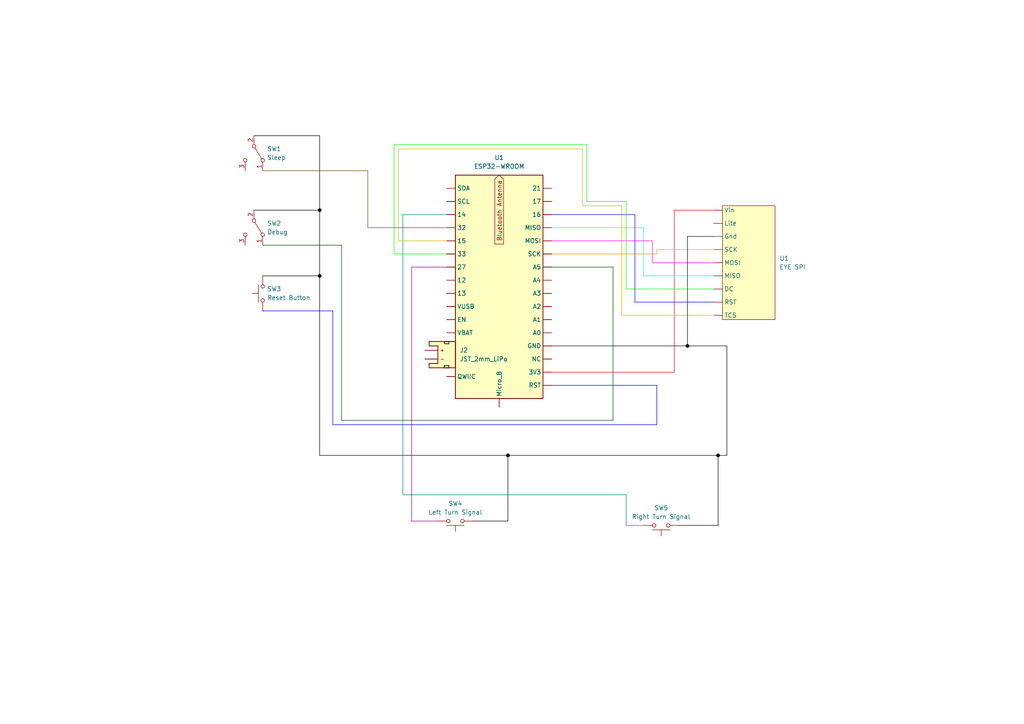
<source format=kicad_sch>
(kicad_sch
	(version 20250114)
	(generator "eeschema")
	(generator_version "9.0")
	(uuid "7ad0c844-dafb-4b8d-9aa9-ff733bca3e8b")
	(paper "A4")
	(title_block
		(title "Display Soldering Diagram")
		(date "2025-11-13")
	)
	(lib_symbols
		(symbol "EYE_SPI_1"
			(exclude_from_sim no)
			(in_bom yes)
			(on_board yes)
			(property "Reference" "EYESPI"
				(at -20.32 -1.27 90)
				(effects
					(font
						(size 1.27 1.27)
					)
				)
			)
			(property "Value" "U1"
				(at -17.78 -1.27 90)
				(effects
					(font
						(size 1.27 1.27)
					)
				)
			)
			(property "Footprint" ""
				(at 0 0 0)
				(effects
					(font
						(size 1.27 1.27)
					)
					(hide yes)
				)
			)
			(property "Datasheet" ""
				(at 0 0 0)
				(effects
					(font
						(size 1.27 1.27)
					)
					(hide yes)
				)
			)
			(property "Description" ""
				(at 0 0 0)
				(effects
					(font
						(size 1.27 1.27)
					)
					(hide yes)
				)
			)
			(symbol "EYE_SPI_1_1_1"
				(rectangle
					(start -15.24 7.62)
					(end 17.78 -7.62)
					(stroke
						(width 0)
						(type solid)
					)
					(fill
						(type color)
						(color 255 255 194 1)
					)
				)
				(pin input line
					(at -13.97 -10.16 90)
					(length 2.54)
					(name "Vin"
						(effects
							(font
								(size 1.27 1.27)
							)
						)
					)
					(number ""
						(effects
							(font
								(size 1.27 1.27)
							)
						)
					)
				)
				(pin input line
					(at -10.16 -10.16 90)
					(length 2.54)
					(name "Lite"
						(effects
							(font
								(size 1.27 1.27)
							)
						)
					)
					(number ""
						(effects
							(font
								(size 1.27 1.27)
							)
						)
					)
				)
				(pin input line
					(at -6.35 -10.16 90)
					(length 2.54)
					(name "Gnd"
						(effects
							(font
								(size 1.27 1.27)
							)
						)
					)
					(number ""
						(effects
							(font
								(size 1.27 1.27)
							)
						)
					)
				)
				(pin input line
					(at -2.54 -10.16 90)
					(length 2.54)
					(name "SCK"
						(effects
							(font
								(size 1.27 1.27)
							)
						)
					)
					(number ""
						(effects
							(font
								(size 1.27 1.27)
							)
						)
					)
				)
				(pin input line
					(at 1.27 -10.16 90)
					(length 2.54)
					(name "MOSI"
						(effects
							(font
								(size 1.27 1.27)
							)
						)
					)
					(number ""
						(effects
							(font
								(size 1.27 1.27)
							)
						)
					)
				)
				(pin input line
					(at 5.08 -10.16 90)
					(length 2.54)
					(name "MISO"
						(effects
							(font
								(size 1.27 1.27)
							)
						)
					)
					(number ""
						(effects
							(font
								(size 1.27 1.27)
							)
						)
					)
				)
				(pin input line
					(at 8.89 -10.16 90)
					(length 2.54)
					(name "DC"
						(effects
							(font
								(size 1.27 1.27)
							)
						)
					)
					(number ""
						(effects
							(font
								(size 1.27 1.27)
							)
						)
					)
				)
				(pin input line
					(at 12.7 -10.16 90)
					(length 2.54)
					(name "RST"
						(effects
							(font
								(size 1.27 1.27)
							)
						)
					)
					(number ""
						(effects
							(font
								(size 1.27 1.27)
							)
						)
					)
				)
				(pin input line
					(at 16.51 -10.16 90)
					(length 2.54)
					(name "TCS"
						(effects
							(font
								(size 1.27 1.27)
							)
						)
					)
					(number ""
						(effects
							(font
								(size 1.27 1.27)
							)
						)
					)
				)
			)
			(embedded_fonts no)
		)
		(symbol "SparkFun-Connector:Conn_01x02_JST_P2.0mm_Horizontal_SMD_LiPo"
			(pin_numbers
				(hide yes)
			)
			(pin_names
				(offset 1.016)
				(hide yes)
			)
			(exclude_from_sim no)
			(in_bom yes)
			(on_board yes)
			(property "Reference" "J"
				(at 0 5.08 0)
				(effects
					(font
						(size 1.27 1.27)
					)
				)
			)
			(property "Value" "JST_2mm_LiPo"
				(at 0 -8.89 0)
				(effects
					(font
						(size 1.27 1.27)
					)
				)
			)
			(property "Footprint" "SparkFun-Connector:JST_1x02_P2.0mm_Horizontal_SMD"
				(at 0 -11.43 0)
				(effects
					(font
						(size 1.27 1.27)
					)
					(hide yes)
				)
			)
			(property "Datasheet" "~"
				(at 0 -13.97 0)
				(effects
					(font
						(size 1.27 1.27)
					)
					(hide yes)
				)
			)
			(property "Description" "2 Pin 2mm JST Battery Connector"
				(at 0 -19.05 0)
				(effects
					(font
						(size 1.27 1.27)
					)
					(hide yes)
				)
			)
			(property "PROD_ID" "CONN-11443"
				(at 0 -16.51 0)
				(effects
					(font
						(size 1.27 1.27)
					)
					(hide yes)
				)
			)
			(property "ki_keywords" "SparkFun connector"
				(at 0 0 0)
				(effects
					(font
						(size 1.27 1.27)
					)
					(hide yes)
				)
			)
			(property "ki_fp_filters" "Connector*:*_1x??_*"
				(at 0 0 0)
				(effects
					(font
						(size 1.27 1.27)
					)
					(hide yes)
				)
			)
			(symbol "Conn_01x02_JST_P2.0mm_Horizontal_SMD_LiPo_1_1"
				(polyline
					(pts
						(xy -1.27 1.27) (xy -3.81 1.27) (xy -3.81 2.54) (xy 3.81 2.54) (xy 3.81 -5.08) (xy -3.81 -5.08)
						(xy -3.81 -3.81) (xy -1.27 -3.81) (xy -1.27 1.27)
					)
					(stroke
						(width 0.254)
						(type default)
					)
					(fill
						(type background)
					)
				)
				(rectangle
					(start 0.635 2.54)
					(end 1.905 1.905)
					(stroke
						(width 0.254)
						(type default)
					)
					(fill
						(type none)
					)
				)
				(rectangle
					(start 0.635 -4.445)
					(end 1.905 -5.08)
					(stroke
						(width 0.254)
						(type default)
					)
					(fill
						(type none)
					)
				)
				(text "+"
					(at 0 0 0)
					(effects
						(font
							(size 1 1)
						)
					)
				)
				(text "-"
					(at 0 -2.54 0)
					(effects
						(font
							(size 1 1)
						)
					)
				)
				(pin passive line
					(at -5.08 0 0)
					(length 3.81)
					(name "+"
						(effects
							(font
								(size 1.27 1.27)
							)
						)
					)
					(number "2"
						(effects
							(font
								(size 1.27 1.27)
							)
						)
					)
				)
				(pin passive line
					(at -5.08 -2.54 0)
					(length 3.81)
					(name "-"
						(effects
							(font
								(size 1.27 1.27)
							)
						)
					)
					(number "1"
						(effects
							(font
								(size 1.27 1.27)
							)
						)
					)
				)
				(pin no_connect line
					(at 1.27 1.27 0)
					(length 2.54)
					(hide yes)
					(name "NC2"
						(effects
							(font
								(size 1.27 1.27)
							)
						)
					)
					(number "NC2"
						(effects
							(font
								(size 1.27 1.27)
							)
						)
					)
				)
				(pin no_connect line
					(at 1.27 -3.81 0)
					(length 2.54)
					(hide yes)
					(name "NC1"
						(effects
							(font
								(size 1.27 1.27)
							)
						)
					)
					(number "NC1"
						(effects
							(font
								(size 1.27 1.27)
							)
						)
					)
				)
			)
			(embedded_fonts no)
		)
		(symbol "SparkFun-RF:ESP32-WROOM"
			(exclude_from_sim no)
			(in_bom yes)
			(on_board yes)
			(property "Reference" "U3"
				(at 0 -41.91 0)
				(effects
					(font
						(size 1.27 1.27)
					)
				)
			)
			(property "Value" "ESP32-WROOM"
				(at 0 -39.37 0)
				(effects
					(font
						(size 1.27 1.27)
					)
				)
			)
			(property "Footprint" "SparkFun-RF:ESP32-WROOM-32D-DFM_Paste"
				(at 0 -52.07 0)
				(effects
					(font
						(size 1.27 1.27)
					)
					(hide yes)
				)
			)
			(property "Datasheet" "https://www.mouser.com/datasheet/2/891/esp32_wroom_32e_esp32_wroom_32ue_datasheet_en-1855879.pdf"
				(at 0 -54.61 0)
				(effects
					(font
						(size 1.27 1.27)
					)
					(hide yes)
				)
			)
			(property "Description" ""
				(at 0 0 0)
				(effects
					(font
						(size 1.27 1.27)
					)
					(hide yes)
				)
			)
			(property "PROD_ID" "IC-15676"
				(at -1.27 -57.15 0)
				(effects
					(font
						(size 1.27 1.27)
					)
					(hide yes)
				)
			)
			(property "ki_keywords" "SparkFun RF Radio Bluetooth BT ESP ESP32 Espressif onboard PCB antenna"
				(at 0 0 0)
				(effects
					(font
						(size 1.27 1.27)
					)
					(hide yes)
				)
			)
			(property "ki_fp_filters" "ESP32?WROOM?32*"
				(at 0 0 0)
				(effects
					(font
						(size 1.27 1.27)
					)
					(hide yes)
				)
			)
			(symbol "ESP32-WROOM_1_1"
				(rectangle
					(start -12.7 27.94)
					(end 12.7 -36.83)
					(stroke
						(width 0.254)
						(type default)
					)
					(fill
						(type background)
					)
				)
				(pin input line
					(at -15.24 24.13 0)
					(length 2.54)
					(name "SDA"
						(effects
							(font
								(size 1.27 1.27)
							)
						)
					)
					(number ""
						(effects
							(font
								(size 1.27 1.27)
							)
						)
					)
				)
				(pin output line
					(at -15.24 20.32 0)
					(length 2.54)
					(name "SCL"
						(effects
							(font
								(size 1.27 1.27)
							)
						)
					)
					(number ""
						(effects
							(font
								(size 1.27 1.27)
							)
						)
					)
				)
				(pin input line
					(at -15.24 16.51 0)
					(length 2.54)
					(name "14"
						(effects
							(font
								(size 1.27 1.27)
							)
						)
					)
					(number ""
						(effects
							(font
								(size 1.27 1.27)
							)
						)
					)
				)
				(pin input line
					(at -15.24 12.7 0)
					(length 2.54)
					(name "32"
						(effects
							(font
								(size 1.27 1.27)
							)
						)
					)
					(number ""
						(effects
							(font
								(size 1.27 1.27)
							)
						)
					)
				)
				(pin input line
					(at -15.24 8.89 0)
					(length 2.54)
					(name "15"
						(effects
							(font
								(size 1.27 1.27)
							)
						)
					)
					(number ""
						(effects
							(font
								(size 1.27 1.27)
							)
						)
					)
				)
				(pin input line
					(at -15.24 5.08 0)
					(length 2.54)
					(name "33"
						(effects
							(font
								(size 1.27 1.27)
							)
						)
					)
					(number ""
						(effects
							(font
								(size 1.27 1.27)
							)
						)
					)
				)
				(pin input line
					(at -15.24 1.27 0)
					(length 2.54)
					(name "27"
						(effects
							(font
								(size 1.27 1.27)
							)
						)
					)
					(number ""
						(effects
							(font
								(size 1.27 1.27)
							)
						)
					)
				)
				(pin bidirectional line
					(at -15.24 -2.54 0)
					(length 2.54)
					(name "12"
						(effects
							(font
								(size 1.27 1.27)
							)
						)
					)
					(number ""
						(effects
							(font
								(size 1.27 1.27)
							)
						)
					)
				)
				(pin bidirectional line
					(at -15.24 -6.35 0)
					(length 2.54)
					(name "13"
						(effects
							(font
								(size 1.27 1.27)
							)
						)
					)
					(number ""
						(effects
							(font
								(size 1.27 1.27)
							)
						)
					)
				)
				(pin bidirectional line
					(at -15.24 -10.16 0)
					(length 2.54)
					(name "VUSB"
						(effects
							(font
								(size 1.27 1.27)
							)
						)
					)
					(number ""
						(effects
							(font
								(size 1.27 1.27)
							)
						)
					)
				)
				(pin bidirectional line
					(at -15.24 -13.97 0)
					(length 2.54)
					(name "EN"
						(effects
							(font
								(size 1.27 1.27)
							)
						)
					)
					(number ""
						(effects
							(font
								(size 1.27 1.27)
							)
						)
					)
				)
				(pin bidirectional line
					(at -15.24 -17.78 0)
					(length 2.54)
					(name "VBAT"
						(effects
							(font
								(size 1.27 1.27)
							)
						)
					)
					(number ""
						(effects
							(font
								(size 1.27 1.27)
							)
						)
					)
				)
				(pin bidirectional line
					(at -15.24 -30.48 0)
					(length 2.54)
					(name "QWIIC"
						(effects
							(font
								(size 1.27 1.27)
							)
						)
					)
					(number ""
						(effects
							(font
								(size 1.27 1.27)
							)
						)
					)
				)
				(pin input line
					(at 0 -39.37 90)
					(length 2.54)
					(name "Micro_B"
						(effects
							(font
								(size 1.27 1.27)
							)
						)
					)
					(number ""
						(effects
							(font
								(size 1.27 1.27)
							)
						)
					)
				)
				(pin passive line
					(at 0 -39.37 90)
					(length 2.54)
					(hide yes)
					(name "GND"
						(effects
							(font
								(size 1.27 1.27)
							)
						)
					)
					(number "15"
						(effects
							(font
								(size 1.27 1.27)
							)
						)
					)
				)
				(pin passive line
					(at 0 -39.37 90)
					(length 2.54)
					(hide yes)
					(name "GND"
						(effects
							(font
								(size 1.27 1.27)
							)
						)
					)
					(number "38"
						(effects
							(font
								(size 1.27 1.27)
							)
						)
					)
				)
				(pin passive line
					(at 0 -39.37 90)
					(length 2.54)
					(hide yes)
					(name "GND"
						(effects
							(font
								(size 1.27 1.27)
							)
						)
					)
					(number "49.1"
						(effects
							(font
								(size 1.27 1.27)
							)
						)
					)
				)
				(pin passive line
					(at 0 -39.37 90)
					(length 2.54)
					(hide yes)
					(name "GND"
						(effects
							(font
								(size 1.27 1.27)
							)
						)
					)
					(number "49.2"
						(effects
							(font
								(size 1.27 1.27)
							)
						)
					)
				)
				(pin passive line
					(at 0 -39.37 90)
					(length 2.54)
					(hide yes)
					(name "GND"
						(effects
							(font
								(size 1.27 1.27)
							)
						)
					)
					(number "49.3"
						(effects
							(font
								(size 1.27 1.27)
							)
						)
					)
				)
				(pin passive line
					(at 0 -39.37 90)
					(length 2.54)
					(hide yes)
					(name "GND"
						(effects
							(font
								(size 1.27 1.27)
							)
						)
					)
					(number "49.4"
						(effects
							(font
								(size 1.27 1.27)
							)
						)
					)
				)
				(pin passive line
					(at 0 -39.37 90)
					(length 2.54)
					(hide yes)
					(name "GND"
						(effects
							(font
								(size 1.27 1.27)
							)
						)
					)
					(number "49.5"
						(effects
							(font
								(size 1.27 1.27)
							)
						)
					)
				)
				(pin passive line
					(at 0 -39.37 90)
					(length 2.54)
					(hide yes)
					(name "GND"
						(effects
							(font
								(size 1.27 1.27)
							)
						)
					)
					(number "49.6"
						(effects
							(font
								(size 1.27 1.27)
							)
						)
					)
				)
				(pin passive line
					(at 0 -39.37 90)
					(length 2.54)
					(hide yes)
					(name "GND"
						(effects
							(font
								(size 1.27 1.27)
							)
						)
					)
					(number "49.7"
						(effects
							(font
								(size 1.27 1.27)
							)
						)
					)
				)
				(pin passive line
					(at 0 -39.37 90)
					(length 2.54)
					(hide yes)
					(name "GND"
						(effects
							(font
								(size 1.27 1.27)
							)
						)
					)
					(number "49.8"
						(effects
							(font
								(size 1.27 1.27)
							)
						)
					)
				)
				(pin passive line
					(at 0 -39.37 90)
					(length 2.54)
					(hide yes)
					(name "GND"
						(effects
							(font
								(size 1.27 1.27)
							)
						)
					)
					(number "49.9"
						(effects
							(font
								(size 1.27 1.27)
							)
						)
					)
				)
				(pin bidirectional line
					(at 15.24 24.13 180)
					(length 2.54)
					(name "21"
						(effects
							(font
								(size 1.27 1.27)
							)
						)
					)
					(number ""
						(effects
							(font
								(size 1.27 1.27)
							)
						)
					)
				)
				(pin bidirectional line
					(at 15.24 20.32 180)
					(length 2.54)
					(name "17"
						(effects
							(font
								(size 1.27 1.27)
							)
						)
					)
					(number ""
						(effects
							(font
								(size 1.27 1.27)
							)
						)
					)
				)
				(pin bidirectional line
					(at 15.24 16.51 180)
					(length 2.54)
					(name "16"
						(effects
							(font
								(size 1.27 1.27)
							)
						)
					)
					(number ""
						(effects
							(font
								(size 1.27 1.27)
							)
						)
					)
				)
				(pin output line
					(at 15.24 12.7 180)
					(length 2.54)
					(name "MISO"
						(effects
							(font
								(size 1.27 1.27)
							)
						)
					)
					(number ""
						(effects
							(font
								(size 1.27 1.27)
							)
						)
					)
				)
				(pin input line
					(at 15.24 8.89 180)
					(length 2.54)
					(name "MOSI"
						(effects
							(font
								(size 1.27 1.27)
							)
						)
					)
					(number ""
						(effects
							(font
								(size 1.27 1.27)
							)
						)
					)
				)
				(pin bidirectional line
					(at 15.24 5.08 180)
					(length 2.54)
					(name "SCK"
						(effects
							(font
								(size 1.27 1.27)
							)
						)
					)
					(number ""
						(effects
							(font
								(size 1.27 1.27)
							)
						)
					)
				)
				(pin bidirectional line
					(at 15.24 1.27 180)
					(length 2.54)
					(name "A5"
						(effects
							(font
								(size 1.27 1.27)
							)
						)
					)
					(number ""
						(effects
							(font
								(size 1.27 1.27)
							)
						)
					)
				)
				(pin input line
					(at 15.24 -2.54 180)
					(length 2.54)
					(name "A4"
						(effects
							(font
								(size 1.27 1.27)
							)
						)
					)
					(number ""
						(effects
							(font
								(size 1.27 1.27)
							)
						)
					)
				)
				(pin input line
					(at 15.24 -6.35 180)
					(length 2.54)
					(name "A3"
						(effects
							(font
								(size 1.27 1.27)
							)
						)
					)
					(number ""
						(effects
							(font
								(size 1.27 1.27)
							)
						)
					)
				)
				(pin input line
					(at 15.24 -10.16 180)
					(length 2.54)
					(name "A2"
						(effects
							(font
								(size 1.27 1.27)
							)
						)
					)
					(number ""
						(effects
							(font
								(size 1.27 1.27)
							)
						)
					)
				)
				(pin input line
					(at 15.24 -13.97 180)
					(length 2.54)
					(name "A1"
						(effects
							(font
								(size 1.27 1.27)
							)
						)
					)
					(number ""
						(effects
							(font
								(size 1.27 1.27)
							)
						)
					)
				)
				(pin input line
					(at 15.24 -17.78 180)
					(length 2.54)
					(name "A0"
						(effects
							(font
								(size 1.27 1.27)
							)
						)
					)
					(number ""
						(effects
							(font
								(size 1.27 1.27)
							)
						)
					)
				)
				(pin input line
					(at 15.24 -21.59 180)
					(length 2.54)
					(name "GND"
						(effects
							(font
								(size 1.27 1.27)
							)
						)
					)
					(number ""
						(effects
							(font
								(size 1.27 1.27)
							)
						)
					)
				)
				(pin input line
					(at 15.24 -25.4 180)
					(length 2.54)
					(name "NC"
						(effects
							(font
								(size 1.27 1.27)
							)
						)
					)
					(number ""
						(effects
							(font
								(size 1.27 1.27)
							)
						)
					)
				)
				(pin input line
					(at 15.24 -29.21 180)
					(length 2.54)
					(name "3V3"
						(effects
							(font
								(size 1.27 1.27)
							)
						)
					)
					(number ""
						(effects
							(font
								(size 1.27 1.27)
							)
						)
					)
				)
				(pin input line
					(at 15.24 -33.02 180)
					(length 2.54)
					(name "RST"
						(effects
							(font
								(size 1.27 1.27)
							)
						)
					)
					(number ""
						(effects
							(font
								(size 1.27 1.27)
							)
						)
					)
				)
			)
			(embedded_fonts no)
		)
		(symbol "SparkFun-Switch:SPDT_Slide_SMD_7.2x3.5mm"
			(pin_names
				(offset 0)
				(hide yes)
			)
			(exclude_from_sim no)
			(in_bom yes)
			(on_board yes)
			(property "Reference" "SW"
				(at 0 4.318 0)
				(effects
					(font
						(size 1.27 1.27)
					)
				)
			)
			(property "Value" "SPDT_Slide_SMD_7.2x3.5mm"
				(at 0 -5.08 0)
				(effects
					(font
						(size 1.27 1.27)
					)
				)
			)
			(property "Footprint" "SparkFun-Switch:Slide_DPDT_SMD_7.2x3.5mm"
				(at 0 -7.62 0)
				(effects
					(font
						(size 1.27 1.27)
					)
					(hide yes)
				)
			)
			(property "Datasheet" "https://www.sparkfun.com/datasheets/Components/SW_slide_ayz.pdf"
				(at 0 -10.16 0)
				(effects
					(font
						(size 1.27 1.27)
					)
					(hide yes)
				)
			)
			(property "Description" "Switch, single pole double throw"
				(at 0 -17.78 0)
				(effects
					(font
						(size 1.27 1.27)
					)
					(hide yes)
				)
			)
			(property "PROD_ID" "SWCH-08179"
				(at 0 -12.7 0)
				(effects
					(font
						(size 1.27 1.27)
					)
					(hide yes)
				)
			)
			(property "Mrg Part#" "AYZ0202"
				(at 0 -15.24 0)
				(effects
					(font
						(size 1.27 1.27)
					)
					(hide yes)
				)
			)
			(property "ki_keywords" "SparkFun switch single-pole double-throw spdt ON-ON"
				(at 0 0 0)
				(effects
					(font
						(size 1.27 1.27)
					)
					(hide yes)
				)
			)
			(symbol "SPDT_Slide_SMD_7.2x3.5mm_0_0"
				(circle
					(center -2.032 0)
					(radius 0.508)
					(stroke
						(width 0)
						(type default)
					)
					(fill
						(type none)
					)
				)
				(circle
					(center 2.032 -2.54)
					(radius 0.508)
					(stroke
						(width 0)
						(type default)
					)
					(fill
						(type none)
					)
				)
			)
			(symbol "SPDT_Slide_SMD_7.2x3.5mm_0_1"
				(polyline
					(pts
						(xy -1.524 0.254) (xy 1.651 2.286)
					)
					(stroke
						(width 0)
						(type default)
					)
					(fill
						(type none)
					)
				)
				(circle
					(center 2.032 2.54)
					(radius 0.508)
					(stroke
						(width 0)
						(type default)
					)
					(fill
						(type none)
					)
				)
			)
			(symbol "SPDT_Slide_SMD_7.2x3.5mm_1_1"
				(pin no_connect line
					(at -5.08 7.62 0)
					(length 2.54)
					(hide yes)
					(name "6"
						(effects
							(font
								(size 1.27 1.27)
							)
						)
					)
					(number "6"
						(effects
							(font
								(size 1.27 1.27)
							)
						)
					)
				)
				(pin no_connect line
					(at -5.08 5.08 0)
					(length 2.54)
					(hide yes)
					(name "5"
						(effects
							(font
								(size 1.27 1.27)
							)
						)
					)
					(number "5"
						(effects
							(font
								(size 1.27 1.27)
							)
						)
					)
				)
				(pin no_connect line
					(at -5.08 2.54 0)
					(length 2.54)
					(hide yes)
					(name "4"
						(effects
							(font
								(size 1.27 1.27)
							)
						)
					)
					(number "4"
						(effects
							(font
								(size 1.27 1.27)
							)
						)
					)
				)
				(pin passive line
					(at -5.08 0 0)
					(length 2.54)
					(name "B"
						(effects
							(font
								(size 1.27 1.27)
							)
						)
					)
					(number "2"
						(effects
							(font
								(size 1.27 1.27)
							)
						)
					)
				)
				(pin passive line
					(at 5.08 2.54 180)
					(length 2.54)
					(name "A"
						(effects
							(font
								(size 1.27 1.27)
							)
						)
					)
					(number "1"
						(effects
							(font
								(size 1.27 1.27)
							)
						)
					)
				)
				(pin passive line
					(at 5.08 -2.54 180)
					(length 2.54)
					(name "C"
						(effects
							(font
								(size 1.27 1.27)
							)
						)
					)
					(number "3"
						(effects
							(font
								(size 1.27 1.27)
							)
						)
					)
				)
			)
			(embedded_fonts no)
		)
		(symbol "SparkFun-Switch:SPST_Push_SMD_6x3.5mm_h2.5mm"
			(pin_numbers
				(hide yes)
			)
			(pin_names
				(offset 0)
				(hide yes)
			)
			(exclude_from_sim no)
			(in_bom yes)
			(on_board yes)
			(property "Reference" "SW"
				(at 0 5.08 0)
				(effects
					(font
						(size 1.27 1.27)
					)
				)
			)
			(property "Value" "SMD_6x3.5mm_h2.5mm"
				(at 0 -2.54 0)
				(effects
					(font
						(size 1.27 1.27)
					)
				)
			)
			(property "Footprint" "SparkFun-Switch:Push_SMD_6x3.5mm"
				(at 0 -5.08 0)
				(effects
					(font
						(size 1.27 1.27)
					)
					(hide yes)
				)
			)
			(property "Datasheet" "https://www.sparkfun.com/datasheets/Components/1101.pdf"
				(at 0 -10.16 0)
				(effects
					(font
						(size 1.27 1.27)
					)
					(hide yes)
				)
			)
			(property "Description" "Single Pole Single Throw (SPST) switch"
				(at 0 -15.24 0)
				(effects
					(font
						(size 1.27 1.27)
					)
					(hide yes)
				)
			)
			(property "PROD_ID" "SWCH-14278"
				(at 0 -7.62 0)
				(effects
					(font
						(size 1.27 1.27)
					)
					(hide yes)
				)
			)
			(property "Mfg Part#" "8-004 SMD Button 8x3.6mm Height=2.5mm"
				(at 0 -12.7 0)
				(effects
					(font
						(size 1.27 1.27)
					)
					(hide yes)
				)
			)
			(property "ki_keywords" "SparkFun Momentary push switch lever button"
				(at 0 0 0)
				(effects
					(font
						(size 1.27 1.27)
					)
					(hide yes)
				)
			)
			(symbol "SPST_Push_SMD_6x3.5mm_h2.5mm_0_1"
				(circle
					(center -2.032 0)
					(radius 0.508)
					(stroke
						(width 0)
						(type default)
					)
					(fill
						(type none)
					)
				)
				(polyline
					(pts
						(xy 0 1.27) (xy 0 3.048)
					)
					(stroke
						(width 0)
						(type default)
					)
					(fill
						(type none)
					)
				)
				(circle
					(center 2.032 0)
					(radius 0.508)
					(stroke
						(width 0)
						(type default)
					)
					(fill
						(type none)
					)
				)
				(polyline
					(pts
						(xy 2.54 1.27) (xy -2.54 1.27)
					)
					(stroke
						(width 0)
						(type default)
					)
					(fill
						(type none)
					)
				)
			)
			(symbol "SPST_Push_SMD_6x3.5mm_h2.5mm_1_1"
				(pin passive line
					(at -5.08 0 0)
					(length 2.54)
					(name "1"
						(effects
							(font
								(size 1.27 1.27)
							)
						)
					)
					(number "1"
						(effects
							(font
								(size 1.27 1.27)
							)
						)
					)
				)
				(pin passive line
					(at 5.08 0 180)
					(length 2.54)
					(name "2"
						(effects
							(font
								(size 1.27 1.27)
							)
						)
					)
					(number "2"
						(effects
							(font
								(size 1.27 1.27)
							)
						)
					)
				)
			)
			(embedded_fonts no)
		)
	)
	(junction
		(at 92.71 80.01)
		(diameter 0)
		(color 0 0 0 1)
		(uuid "36d8fe4c-789e-4e98-8ed6-8e92e0e8c1bd")
	)
	(junction
		(at 92.71 60.96)
		(diameter 0)
		(color 0 0 0 1)
		(uuid "44be2341-6346-41c7-bca7-aec7cf613df8")
	)
	(junction
		(at 199.39 100.33)
		(diameter 0)
		(color 0 0 0 1)
		(uuid "57d5fdab-d5ac-40df-87c8-f6b8d6d6adb4")
	)
	(junction
		(at 208.28 132.08)
		(diameter 0)
		(color 0 0 0 1)
		(uuid "7fbb5c37-0654-411a-8de1-6c2ea1bfdae4")
	)
	(junction
		(at 147.32 132.08)
		(diameter 0)
		(color 0 0 0 1)
		(uuid "f2bec79a-14e4-46b6-af11-d69dfcc27bbb")
	)
	(wire
		(pts
			(xy 190.5 111.76) (xy 190.5 123.19)
		)
		(stroke
			(width 0)
			(type default)
			(color 0 0 255 1)
		)
		(uuid "0bf3d21e-a397-45d4-a5d5-c9c5b4251163")
	)
	(wire
		(pts
			(xy 160.02 111.76) (xy 190.5 111.76)
		)
		(stroke
			(width 0)
			(type default)
			(color 0 0 255 1)
		)
		(uuid "0ed7796c-e2a3-4c07-ac3f-d9bb54c8a15d")
	)
	(wire
		(pts
			(xy 99.06 121.92) (xy 177.8 121.92)
		)
		(stroke
			(width 0)
			(type default)
			(color 0 72 0 1)
		)
		(uuid "12ccf089-3cd4-4864-a33e-1b529ea2cd84")
	)
	(wire
		(pts
			(xy 129.54 73.66) (xy 114.3 73.66)
		)
		(stroke
			(width 0)
			(type default)
			(color 0 255 0 1)
		)
		(uuid "135323f8-250b-49f4-a155-78da97d88c80")
	)
	(wire
		(pts
			(xy 129.54 66.04) (xy 106.68 66.04)
		)
		(stroke
			(width 0)
			(type default)
			(color 128 77 0 1)
		)
		(uuid "15b2e953-4cb1-4cd0-b0ef-73df55a80aff")
	)
	(wire
		(pts
			(xy 168.91 59.69) (xy 180.34 59.69)
		)
		(stroke
			(width 0)
			(type default)
			(color 194 194 0 1)
		)
		(uuid "19e34fbc-8321-4d8d-8320-9671595e3b82")
	)
	(wire
		(pts
			(xy 116.84 143.51) (xy 181.61 143.51)
		)
		(stroke
			(width 0)
			(type default)
			(color 0 132 132 1)
		)
		(uuid "1a5e540c-8af1-4d50-a8a5-71a08dbe480c")
	)
	(wire
		(pts
			(xy 168.91 43.18) (xy 168.91 59.69)
		)
		(stroke
			(width 0)
			(type default)
			(color 194 194 0 1)
		)
		(uuid "1b9d2bc7-0a82-4bfe-bf48-3e514ccccc5b")
	)
	(wire
		(pts
			(xy 147.32 132.08) (xy 208.28 132.08)
		)
		(stroke
			(width 0)
			(type default)
			(color 0 0 0 1)
		)
		(uuid "1ff306c8-91f2-400f-b024-9ef7dd1d3d6a")
	)
	(wire
		(pts
			(xy 180.34 59.69) (xy 180.34 91.44)
		)
		(stroke
			(width 0)
			(type default)
			(color 194 194 0 1)
		)
		(uuid "236e622e-de49-4c54-b77c-b2c76f96e47b")
	)
	(wire
		(pts
			(xy 76.2 71.12) (xy 99.06 71.12)
		)
		(stroke
			(width 0)
			(type default)
			(color 0 72 0 1)
		)
		(uuid "2920bc20-f8ee-4a9b-aad7-46d294a37196")
	)
	(wire
		(pts
			(xy 160.02 73.66) (xy 190.5 73.66)
		)
		(stroke
			(width 0)
			(type default)
			(color 255 153 0 1)
		)
		(uuid "2d481581-2ca0-4dbd-b58f-9713d741e560")
	)
	(wire
		(pts
			(xy 119.38 77.47) (xy 119.38 151.13)
		)
		(stroke
			(width 0)
			(type default)
			(color 132 0 132 1)
		)
		(uuid "31019fb0-48aa-4ced-9462-aaea0b8af7ea")
	)
	(wire
		(pts
			(xy 96.52 123.19) (xy 96.52 90.17)
		)
		(stroke
			(width 0)
			(type default)
			(color 0 0 255 1)
		)
		(uuid "35705917-3735-49f7-aac4-dab5619bd232")
	)
	(wire
		(pts
			(xy 160.02 100.33) (xy 199.39 100.33)
		)
		(stroke
			(width 0)
			(type default)
			(color 0 0 0 1)
		)
		(uuid "35725578-807b-403e-8402-888792d24938")
	)
	(wire
		(pts
			(xy 181.61 58.42) (xy 181.61 83.82)
		)
		(stroke
			(width 0)
			(type default)
			(color 0 255 0 1)
		)
		(uuid "44bd6fea-ab43-4937-a268-7e8a6b7148e5")
	)
	(wire
		(pts
			(xy 119.38 151.13) (xy 127 151.13)
		)
		(stroke
			(width 0)
			(type default)
			(color 132 0 132 1)
		)
		(uuid "4660bf80-5d47-4639-ac82-b108a6734dae")
	)
	(wire
		(pts
			(xy 190.5 72.39) (xy 207.01 72.39)
		)
		(stroke
			(width 0)
			(type default)
			(color 255 153 0 1)
		)
		(uuid "48e59484-4fe8-4471-b95e-4665281be385")
	)
	(wire
		(pts
			(xy 170.18 41.91) (xy 170.18 58.42)
		)
		(stroke
			(width 0)
			(type default)
			(color 0 255 0 1)
		)
		(uuid "492212fe-05d5-420d-bdd2-cb0e5ea7f170")
	)
	(wire
		(pts
			(xy 114.3 73.66) (xy 114.3 41.91)
		)
		(stroke
			(width 0)
			(type default)
			(color 0 255 0 1)
		)
		(uuid "52c92cdb-e30b-4c16-bad4-9814bf5f6eeb")
	)
	(wire
		(pts
			(xy 195.58 107.95) (xy 195.58 60.96)
		)
		(stroke
			(width 0)
			(type default)
			(color 255 0 0 1)
		)
		(uuid "56fe50e2-f8e8-44a1-9eb4-51b99142785d")
	)
	(wire
		(pts
			(xy 160.02 77.47) (xy 177.8 77.47)
		)
		(stroke
			(width 0)
			(type default)
			(color 0 72 0 1)
		)
		(uuid "5ad53afb-997f-4ac2-8130-ae22f9e9c6e9")
	)
	(wire
		(pts
			(xy 129.54 69.85) (xy 115.57 69.85)
		)
		(stroke
			(width 0)
			(type default)
			(color 194 194 0 1)
		)
		(uuid "5e517b7c-2bd8-4998-953e-87d8a630e757")
	)
	(wire
		(pts
			(xy 208.28 132.08) (xy 208.28 152.4)
		)
		(stroke
			(width 0)
			(type default)
			(color 0 0 0 1)
		)
		(uuid "5fd7d8bb-f2ab-4ef1-94d6-241065e221e4")
	)
	(wire
		(pts
			(xy 181.61 152.4) (xy 186.69 152.4)
		)
		(stroke
			(width 0)
			(type default)
			(color 0 132 132 1)
		)
		(uuid "606b199d-a127-4514-b8d4-11c2808851f4")
	)
	(wire
		(pts
			(xy 96.52 90.17) (xy 76.2 90.17)
		)
		(stroke
			(width 0)
			(type default)
			(color 0 0 255 1)
		)
		(uuid "665ba7aa-dc4f-4c8f-abf9-d506d0134653")
	)
	(wire
		(pts
			(xy 199.39 100.33) (xy 210.82 100.33)
		)
		(stroke
			(width 0)
			(type default)
			(color 0 0 0 1)
		)
		(uuid "67c91a4f-d84e-4942-b846-2e8086b1e7cd")
	)
	(wire
		(pts
			(xy 181.61 83.82) (xy 207.01 83.82)
		)
		(stroke
			(width 0)
			(type default)
			(color 0 255 0 1)
		)
		(uuid "6ea9df90-d503-4528-b3ae-e23b0b89de8b")
	)
	(wire
		(pts
			(xy 208.28 132.08) (xy 210.82 132.08)
		)
		(stroke
			(width 0)
			(type default)
			(color 0 0 0 1)
		)
		(uuid "734e1655-0e82-471b-bb5d-3e7375cae35a")
	)
	(wire
		(pts
			(xy 115.57 43.18) (xy 168.91 43.18)
		)
		(stroke
			(width 0)
			(type default)
			(color 194 194 0 1)
		)
		(uuid "74d24aa5-eb25-40bd-9b64-7c18bd52541a")
	)
	(wire
		(pts
			(xy 160.02 107.95) (xy 195.58 107.95)
		)
		(stroke
			(width 0)
			(type default)
			(color 255 0 0 1)
		)
		(uuid "7518d1cc-cab8-4e3d-941d-6c75571cf0b1")
	)
	(wire
		(pts
			(xy 184.15 62.23) (xy 184.15 87.63)
		)
		(stroke
			(width 0)
			(type default)
			(color 0 0 255 1)
		)
		(uuid "78d14cd5-a193-40b2-9ebc-3645709f3d86")
	)
	(wire
		(pts
			(xy 189.23 76.2) (xy 207.01 76.2)
		)
		(stroke
			(width 0)
			(type default)
			(color 255 0 255 1)
		)
		(uuid "89e555ff-743d-4111-be53-ce8c40279610")
	)
	(wire
		(pts
			(xy 129.54 62.23) (xy 116.84 62.23)
		)
		(stroke
			(width 0)
			(type default)
			(color 0 132 132 1)
		)
		(uuid "8f53a0c9-04b5-4a50-8895-aa49e34f7a19")
	)
	(wire
		(pts
			(xy 160.02 62.23) (xy 184.15 62.23)
		)
		(stroke
			(width 0)
			(type default)
			(color 0 0 255 1)
		)
		(uuid "92f7c3e7-354d-4c40-a9db-907b70465dd8")
	)
	(wire
		(pts
			(xy 189.23 69.85) (xy 189.23 76.2)
		)
		(stroke
			(width 0)
			(type default)
			(color 255 0 255 1)
		)
		(uuid "93453ce8-d2bc-4ac3-b03b-4cea1bdec12f")
	)
	(wire
		(pts
			(xy 92.71 39.37) (xy 73.66 39.37)
		)
		(stroke
			(width 0)
			(type default)
			(color 0 0 0 1)
		)
		(uuid "a0926441-cbfa-4700-b09e-b22bfb59d428")
	)
	(wire
		(pts
			(xy 76.2 80.01) (xy 92.71 80.01)
		)
		(stroke
			(width 0)
			(type default)
			(color 0 0 0 1)
		)
		(uuid "a3cabfdc-0dd1-4a4b-9a88-f78e323dc209")
	)
	(wire
		(pts
			(xy 180.34 91.44) (xy 207.01 91.44)
		)
		(stroke
			(width 0)
			(type default)
			(color 194 194 0 1)
		)
		(uuid "a61a9341-24c5-4bd7-bdaf-10a2f6515b17")
	)
	(wire
		(pts
			(xy 208.28 152.4) (xy 196.85 152.4)
		)
		(stroke
			(width 0)
			(type default)
			(color 0 0 0 1)
		)
		(uuid "a67444a6-8ff6-4c6a-bf9a-9745b14b5504")
	)
	(wire
		(pts
			(xy 190.5 73.66) (xy 190.5 72.39)
		)
		(stroke
			(width 0)
			(type default)
			(color 255 153 0 1)
		)
		(uuid "aa09b8d6-c022-4e4c-abb5-82bd5e431e55")
	)
	(wire
		(pts
			(xy 160.02 66.04) (xy 186.69 66.04)
		)
		(stroke
			(width 0)
			(type default)
			(color 0 255 255 1)
		)
		(uuid "aabbc7ab-02e9-4a62-8405-fe45b4309642")
	)
	(wire
		(pts
			(xy 160.02 69.85) (xy 189.23 69.85)
		)
		(stroke
			(width 0)
			(type default)
			(color 255 0 255 1)
		)
		(uuid "b057441c-ced3-421e-85ba-38c991452bc1")
	)
	(wire
		(pts
			(xy 147.32 132.08) (xy 147.32 151.13)
		)
		(stroke
			(width 0)
			(type default)
			(color 0 0 0 1)
		)
		(uuid "b4570cb5-7c78-4000-86ab-df15677dfcd7")
	)
	(wire
		(pts
			(xy 73.66 60.96) (xy 92.71 60.96)
		)
		(stroke
			(width 0)
			(type default)
			(color 0 0 0 1)
		)
		(uuid "bd26e8d1-ef36-40fa-8598-1395575a3a8a")
	)
	(wire
		(pts
			(xy 195.58 60.96) (xy 207.01 60.96)
		)
		(stroke
			(width 0)
			(type default)
			(color 255 0 0 1)
		)
		(uuid "bf0fa692-a8cb-4880-8bd7-91127dcde2af")
	)
	(wire
		(pts
			(xy 190.5 123.19) (xy 96.52 123.19)
		)
		(stroke
			(width 0)
			(type default)
			(color 0 0 255 1)
		)
		(uuid "c4e5cd32-05b2-46cb-9eb1-f3aa4c6da751")
	)
	(wire
		(pts
			(xy 199.39 100.33) (xy 199.39 68.58)
		)
		(stroke
			(width 0)
			(type default)
			(color 0 0 0 1)
		)
		(uuid "c5575739-edae-49d0-829e-83838a4a6b81")
	)
	(wire
		(pts
			(xy 181.61 143.51) (xy 181.61 152.4)
		)
		(stroke
			(width 0)
			(type default)
			(color 0 132 132 1)
		)
		(uuid "c5bec640-29ba-413d-9ea8-e14b3f20f40c")
	)
	(wire
		(pts
			(xy 92.71 60.96) (xy 92.71 39.37)
		)
		(stroke
			(width 0)
			(type default)
			(color 0 0 0 1)
		)
		(uuid "c65bc1ab-256e-433b-b64b-d127f9a27532")
	)
	(wire
		(pts
			(xy 170.18 58.42) (xy 181.61 58.42)
		)
		(stroke
			(width 0)
			(type default)
			(color 0 255 0 1)
		)
		(uuid "cceed0f4-05c0-4ee3-9928-7731d2ed0b87")
	)
	(wire
		(pts
			(xy 115.57 69.85) (xy 115.57 43.18)
		)
		(stroke
			(width 0)
			(type default)
			(color 194 194 0 1)
		)
		(uuid "ce7a0436-ed8c-4676-9528-3df9318e5d61")
	)
	(wire
		(pts
			(xy 76.2 49.53) (xy 106.68 49.53)
		)
		(stroke
			(width 0)
			(type default)
			(color 128 77 0 1)
		)
		(uuid "cf66f8d9-9a5a-411a-842a-7ed62c8d0290")
	)
	(wire
		(pts
			(xy 92.71 80.01) (xy 92.71 60.96)
		)
		(stroke
			(width 0)
			(type default)
			(color 0 0 0 1)
		)
		(uuid "d8a6d560-4b70-44f5-a304-b72d3183dbc2")
	)
	(wire
		(pts
			(xy 186.69 80.01) (xy 207.01 80.01)
		)
		(stroke
			(width 0)
			(type default)
			(color 0 255 255 1)
		)
		(uuid "dd550276-622b-4ccd-905b-81686fd7008d")
	)
	(wire
		(pts
			(xy 99.06 71.12) (xy 99.06 121.92)
		)
		(stroke
			(width 0)
			(type default)
			(color 0 72 0 1)
		)
		(uuid "dd95cd2f-3e72-415b-9996-60a016b55590")
	)
	(wire
		(pts
			(xy 92.71 132.08) (xy 92.71 80.01)
		)
		(stroke
			(width 0)
			(type default)
			(color 0 0 0 1)
		)
		(uuid "df9ba6a8-3a93-44a1-8de2-299cafe60a27")
	)
	(wire
		(pts
			(xy 177.8 77.47) (xy 177.8 121.92)
		)
		(stroke
			(width 0)
			(type default)
			(color 0 72 0 1)
		)
		(uuid "e0181dcd-6cea-4b18-a33e-5403b55182a3")
	)
	(wire
		(pts
			(xy 106.68 49.53) (xy 106.68 66.04)
		)
		(stroke
			(width 0)
			(type default)
			(color 128 77 0 1)
		)
		(uuid "e13715d9-7e5e-4d89-9bc9-95fca7c15808")
	)
	(wire
		(pts
			(xy 116.84 62.23) (xy 116.84 143.51)
		)
		(stroke
			(width 0)
			(type default)
			(color 0 132 132 1)
		)
		(uuid "e2d74237-9440-41b9-8e67-cfce94ac067e")
	)
	(wire
		(pts
			(xy 186.69 66.04) (xy 186.69 80.01)
		)
		(stroke
			(width 0)
			(type default)
			(color 0 255 255 1)
		)
		(uuid "e3e6845e-23b2-40ee-aa86-6f5dbe8ecb70")
	)
	(wire
		(pts
			(xy 114.3 41.91) (xy 170.18 41.91)
		)
		(stroke
			(width 0)
			(type default)
			(color 0 255 0 1)
		)
		(uuid "ea22fa78-1547-493e-a92c-2131e430c399")
	)
	(wire
		(pts
			(xy 147.32 151.13) (xy 137.16 151.13)
		)
		(stroke
			(width 0)
			(type default)
			(color 0 0 0 1)
		)
		(uuid "ed5ece55-bd8f-4936-bfcf-3e9bb4aff653")
	)
	(wire
		(pts
			(xy 129.54 77.47) (xy 119.38 77.47)
		)
		(stroke
			(width 0)
			(type default)
			(color 132 0 132 1)
		)
		(uuid "eec1460b-8a14-4703-a2b9-b812868cbc38")
	)
	(wire
		(pts
			(xy 184.15 87.63) (xy 207.01 87.63)
		)
		(stroke
			(width 0)
			(type default)
			(color 0 0 255 1)
		)
		(uuid "f2b9c074-5d73-4d3b-b3c9-6e98e9ce36cf")
	)
	(wire
		(pts
			(xy 210.82 100.33) (xy 210.82 132.08)
		)
		(stroke
			(width 0)
			(type default)
			(color 0 0 0 1)
		)
		(uuid "f475e519-be8b-4d17-bea3-c7e9b4d6578f")
	)
	(wire
		(pts
			(xy 199.39 68.58) (xy 207.01 68.58)
		)
		(stroke
			(width 0)
			(type default)
			(color 0 0 0 1)
		)
		(uuid "f56fe3e7-5427-447f-84b8-4a68f824f77e")
	)
	(wire
		(pts
			(xy 92.71 132.08) (xy 147.32 132.08)
		)
		(stroke
			(width 0)
			(type default)
			(color 0 0 0 1)
		)
		(uuid "ff0e6b91-a867-4d5f-8e00-fea08b9b77b5")
	)
	(global_label "Bluetooth Antenna"
		(shape input)
		(at 144.78 50.8 270)
		(fields_autoplaced yes)
		(effects
			(font
				(size 1.27 1.27)
			)
			(justify right)
		)
		(uuid "10ab101f-ecca-4023-8a78-408a3e440d7c")
		(property "Intersheetrefs" "${INTERSHEET_REFS}"
			(at 144.78 71.3229 90)
			(effects
				(font
					(size 1.27 1.27)
				)
				(justify right)
				(hide yes)
			)
		)
	)
	(symbol
		(lib_id "SparkFun-Switch:SPST_Push_SMD_6x3.5mm_h2.5mm")
		(at 76.2 85.09 90)
		(unit 1)
		(exclude_from_sim no)
		(in_bom yes)
		(on_board yes)
		(dnp no)
		(fields_autoplaced yes)
		(uuid "4985abe1-87a5-4850-80f9-3e28ba82fbee")
		(property "Reference" "SW3"
			(at 77.47 83.8199 90)
			(effects
				(font
					(size 1.27 1.27)
				)
				(justify right)
			)
		)
		(property "Value" "Reset Button"
			(at 77.47 86.3599 90)
			(effects
				(font
					(size 1.27 1.27)
				)
				(justify right)
			)
		)
		(property "Footprint" "SparkFun-Switch:Push_SMD_6x3.5mm"
			(at 81.28 85.09 0)
			(effects
				(font
					(size 1.27 1.27)
				)
				(hide yes)
			)
		)
		(property "Datasheet" "https://www.sparkfun.com/datasheets/Components/1101.pdf"
			(at 86.36 85.09 0)
			(effects
				(font
					(size 1.27 1.27)
				)
				(hide yes)
			)
		)
		(property "Description" "Single Pole Single Throw (SPST) switch"
			(at 91.44 85.09 0)
			(effects
				(font
					(size 1.27 1.27)
				)
				(hide yes)
			)
		)
		(property "PROD_ID" "SWCH-14278"
			(at 83.82 85.09 0)
			(effects
				(font
					(size 1.27 1.27)
				)
				(hide yes)
			)
		)
		(property "Mfg Part#" "8-004 SMD Button 8x3.6mm Height=2.5mm"
			(at 88.9 85.09 0)
			(effects
				(font
					(size 1.27 1.27)
				)
				(hide yes)
			)
		)
		(pin "2"
			(uuid "2fd5c536-9a0f-4c16-a025-e23e6c238567")
		)
		(pin "1"
			(uuid "19a60167-0373-4f70-9b5d-c4d584ebbb73")
		)
		(instances
			(project ""
				(path "/7ad0c844-dafb-4b8d-9aa9-ff733bca3e8b"
					(reference "SW3")
					(unit 1)
				)
			)
		)
	)
	(symbol
		(lib_id "SparkFun-Switch:SPDT_Slide_SMD_7.2x3.5mm")
		(at 73.66 44.45 270)
		(unit 1)
		(exclude_from_sim no)
		(in_bom yes)
		(on_board yes)
		(dnp no)
		(fields_autoplaced yes)
		(uuid "4d3dd8d4-5dd5-47c9-9a73-91ed110946aa")
		(property "Reference" "SW1"
			(at 77.47 43.1799 90)
			(effects
				(font
					(size 1.27 1.27)
				)
				(justify left)
			)
		)
		(property "Value" "Sleep"
			(at 77.47 45.7199 90)
			(effects
				(font
					(size 1.27 1.27)
				)
				(justify left)
			)
		)
		(property "Footprint" "SparkFun-Switch:Slide_DPDT_SMD_7.2x3.5mm"
			(at 66.04 44.45 0)
			(effects
				(font
					(size 1.27 1.27)
				)
				(hide yes)
			)
		)
		(property "Datasheet" "https://www.sparkfun.com/datasheets/Components/SW_slide_ayz.pdf"
			(at 63.5 44.45 0)
			(effects
				(font
					(size 1.27 1.27)
				)
				(hide yes)
			)
		)
		(property "Description" "Switch, single pole double throw"
			(at 55.88 44.45 0)
			(effects
				(font
					(size 1.27 1.27)
				)
				(hide yes)
			)
		)
		(property "PROD_ID" "SWCH-08179"
			(at 60.96 44.45 0)
			(effects
				(font
					(size 1.27 1.27)
				)
				(hide yes)
			)
		)
		(property "Mrg Part#" "AYZ0202"
			(at 58.42 44.45 0)
			(effects
				(font
					(size 1.27 1.27)
				)
				(hide yes)
			)
		)
		(pin "5"
			(uuid "f8212670-cd34-499d-a00d-10c7bf2b9884")
		)
		(pin "2"
			(uuid "024361aa-f79a-4f70-ab38-3cd25212a1d3")
		)
		(pin "6"
			(uuid "6fe89f8d-c9ce-455b-b768-9da36dd20438")
		)
		(pin "4"
			(uuid "cb66c949-ac79-4f21-b27d-401ad9cdbaba")
		)
		(pin "1"
			(uuid "cc0e66b2-b30c-49f4-bbe3-8bfedd9ddcdf")
		)
		(pin "3"
			(uuid "b2890b6a-ec28-458f-a3dd-eeb077513668")
		)
		(instances
			(project ""
				(path "/7ad0c844-dafb-4b8d-9aa9-ff733bca3e8b"
					(reference "SW1")
					(unit 1)
				)
			)
		)
	)
	(symbol
		(lib_id "SparkFun-Switch:SPST_Push_SMD_6x3.5mm_h2.5mm")
		(at 191.77 152.4 180)
		(unit 1)
		(exclude_from_sim no)
		(in_bom yes)
		(on_board yes)
		(dnp no)
		(fields_autoplaced yes)
		(uuid "5ae125b0-8e2f-4d5e-8ff8-5be05b072c9b")
		(property "Reference" "SW5"
			(at 191.77 147.32 0)
			(effects
				(font
					(size 1.27 1.27)
				)
			)
		)
		(property "Value" "Right Turn Signal"
			(at 191.77 149.86 0)
			(effects
				(font
					(size 1.27 1.27)
				)
			)
		)
		(property "Footprint" "SparkFun-Switch:Push_SMD_6x3.5mm"
			(at 191.77 147.32 0)
			(effects
				(font
					(size 1.27 1.27)
				)
				(hide yes)
			)
		)
		(property "Datasheet" "https://www.sparkfun.com/datasheets/Components/1101.pdf"
			(at 191.77 142.24 0)
			(effects
				(font
					(size 1.27 1.27)
				)
				(hide yes)
			)
		)
		(property "Description" "Single Pole Single Throw (SPST) switch"
			(at 191.77 137.16 0)
			(effects
				(font
					(size 1.27 1.27)
				)
				(hide yes)
			)
		)
		(property "PROD_ID" "SWCH-14278"
			(at 191.77 144.78 0)
			(effects
				(font
					(size 1.27 1.27)
				)
				(hide yes)
			)
		)
		(property "Mfg Part#" "8-004 SMD Button 8x3.6mm Height=2.5mm"
			(at 191.77 139.7 0)
			(effects
				(font
					(size 1.27 1.27)
				)
				(hide yes)
			)
		)
		(pin "2"
			(uuid "4e6a2b1a-1491-4bd4-80cc-e659e6bfa226")
		)
		(pin "1"
			(uuid "9cbae1b7-8f7e-4dfd-9eb4-b1d15c1c8c26")
		)
		(instances
			(project "Display Module Soldering Schematic"
				(path "/7ad0c844-dafb-4b8d-9aa9-ff733bca3e8b"
					(reference "SW5")
					(unit 1)
				)
			)
		)
	)
	(symbol
		(lib_id "SparkFun-Switch:SPDT_Slide_SMD_7.2x3.5mm")
		(at 73.66 66.04 270)
		(unit 1)
		(exclude_from_sim no)
		(in_bom yes)
		(on_board yes)
		(dnp no)
		(fields_autoplaced yes)
		(uuid "6045b8c7-7bd8-412e-84e4-9aeddfaee1a3")
		(property "Reference" "SW2"
			(at 77.47 64.7699 90)
			(effects
				(font
					(size 1.27 1.27)
				)
				(justify left)
			)
		)
		(property "Value" "Debug"
			(at 77.47 67.3099 90)
			(effects
				(font
					(size 1.27 1.27)
				)
				(justify left)
			)
		)
		(property "Footprint" "SparkFun-Switch:Slide_DPDT_SMD_7.2x3.5mm"
			(at 66.04 66.04 0)
			(effects
				(font
					(size 1.27 1.27)
				)
				(hide yes)
			)
		)
		(property "Datasheet" "https://www.sparkfun.com/datasheets/Components/SW_slide_ayz.pdf"
			(at 63.5 66.04 0)
			(effects
				(font
					(size 1.27 1.27)
				)
				(hide yes)
			)
		)
		(property "Description" "Switch, single pole double throw"
			(at 55.88 66.04 0)
			(effects
				(font
					(size 1.27 1.27)
				)
				(hide yes)
			)
		)
		(property "PROD_ID" "SWCH-08179"
			(at 60.96 66.04 0)
			(effects
				(font
					(size 1.27 1.27)
				)
				(hide yes)
			)
		)
		(property "Mrg Part#" "AYZ0202"
			(at 58.42 66.04 0)
			(effects
				(font
					(size 1.27 1.27)
				)
				(hide yes)
			)
		)
		(pin "4"
			(uuid "abeeac85-1b3f-4ea2-87a9-bd8b417b50df")
		)
		(pin "2"
			(uuid "9e90cfaa-1f48-4501-b506-e1614f83c64a")
		)
		(pin "1"
			(uuid "3ef20116-eaa1-4079-9cce-4c06cf63a7b7")
		)
		(pin "3"
			(uuid "df7c1bb4-7a6d-44e3-b05b-0398388de8b7")
		)
		(pin "5"
			(uuid "c0897a79-b42c-4163-babd-64de266c58fa")
		)
		(pin "6"
			(uuid "e50979d3-117e-40b8-8891-6bc12f35ef27")
		)
		(instances
			(project ""
				(path "/7ad0c844-dafb-4b8d-9aa9-ff733bca3e8b"
					(reference "SW2")
					(unit 1)
				)
			)
		)
	)
	(symbol
		(lib_name "EYE_SPI_1")
		(lib_id "Dynamic Brake Light:EYE_SPI")
		(at 217.17 74.93 270)
		(unit 1)
		(exclude_from_sim no)
		(in_bom yes)
		(on_board yes)
		(dnp no)
		(fields_autoplaced yes)
		(uuid "799711e7-0c1a-4cb5-a443-6b8ce222a696")
		(property "Reference" "U1"
			(at 226.06 74.9299 90)
			(effects
				(font
					(size 1.27 1.27)
				)
				(justify left)
			)
		)
		(property "Value" "EYE SPI"
			(at 226.06 77.4699 90)
			(effects
				(font
					(size 1.27 1.27)
				)
				(justify left)
			)
		)
		(property "Footprint" ""
			(at 217.17 74.93 0)
			(effects
				(font
					(size 1.27 1.27)
				)
				(hide yes)
			)
		)
		(property "Datasheet" ""
			(at 217.17 74.93 0)
			(effects
				(font
					(size 1.27 1.27)
				)
				(hide yes)
			)
		)
		(property "Description" ""
			(at 217.17 74.93 0)
			(effects
				(font
					(size 1.27 1.27)
				)
				(hide yes)
			)
		)
		(pin ""
			(uuid "4e6f7971-c544-4d17-ac77-c31da3988434")
		)
		(pin ""
			(uuid "a468e8ca-749d-4534-92ea-5477ee840800")
		)
		(pin ""
			(uuid "17bae32c-b645-46ee-a9c6-a95f699deca6")
		)
		(pin ""
			(uuid "c0b282cf-86c3-492c-94f9-49fdd68ef26a")
		)
		(pin ""
			(uuid "35097b83-9eae-41f9-bc3e-f26177c17da0")
		)
		(pin ""
			(uuid "d7dd2824-d050-48b5-862b-9e4910a337b3")
		)
		(pin ""
			(uuid "cfa6bb9c-e234-4386-96d1-d5c4c6af249a")
		)
		(pin ""
			(uuid "d64cb87d-aa60-437c-95bc-505c2563115b")
		)
		(pin ""
			(uuid "31174a79-071c-498f-b449-6e717e63b8f7")
		)
		(instances
			(project ""
				(path "/7ad0c844-dafb-4b8d-9aa9-ff733bca3e8b"
					(reference "U1")
					(unit 1)
				)
			)
		)
	)
	(symbol
		(lib_id "SparkFun-Switch:SPST_Push_SMD_6x3.5mm_h2.5mm")
		(at 132.08 151.13 180)
		(unit 1)
		(exclude_from_sim no)
		(in_bom yes)
		(on_board yes)
		(dnp no)
		(fields_autoplaced yes)
		(uuid "c472bc70-f033-4bc3-b7b2-368887925bbc")
		(property "Reference" "SW4"
			(at 132.08 146.05 0)
			(effects
				(font
					(size 1.27 1.27)
				)
			)
		)
		(property "Value" "Left Turn Signal"
			(at 132.08 148.59 0)
			(effects
				(font
					(size 1.27 1.27)
				)
			)
		)
		(property "Footprint" "SparkFun-Switch:Push_SMD_6x3.5mm"
			(at 132.08 146.05 0)
			(effects
				(font
					(size 1.27 1.27)
				)
				(hide yes)
			)
		)
		(property "Datasheet" "https://www.sparkfun.com/datasheets/Components/1101.pdf"
			(at 132.08 140.97 0)
			(effects
				(font
					(size 1.27 1.27)
				)
				(hide yes)
			)
		)
		(property "Description" "Single Pole Single Throw (SPST) switch"
			(at 132.08 135.89 0)
			(effects
				(font
					(size 1.27 1.27)
				)
				(hide yes)
			)
		)
		(property "PROD_ID" "SWCH-14278"
			(at 132.08 143.51 0)
			(effects
				(font
					(size 1.27 1.27)
				)
				(hide yes)
			)
		)
		(property "Mfg Part#" "8-004 SMD Button 8x3.6mm Height=2.5mm"
			(at 132.08 138.43 0)
			(effects
				(font
					(size 1.27 1.27)
				)
				(hide yes)
			)
		)
		(pin "2"
			(uuid "0e677cfe-2434-4457-9e65-19c2896274b5")
		)
		(pin "1"
			(uuid "5fd0f1b6-f3be-4444-a514-c2ff517a2917")
		)
		(instances
			(project "Display Module Soldering Schematic"
				(path "/7ad0c844-dafb-4b8d-9aa9-ff733bca3e8b"
					(reference "SW4")
					(unit 1)
				)
			)
		)
	)
	(symbol
		(lib_id "SparkFun-Connector:Conn_01x02_JST_P2.0mm_Horizontal_SMD_LiPo")
		(at 128.27 101.6 0)
		(unit 1)
		(exclude_from_sim no)
		(in_bom yes)
		(on_board yes)
		(dnp no)
		(fields_autoplaced yes)
		(uuid "dfe710f6-e644-4736-8458-b9eb72539557")
		(property "Reference" "J2"
			(at 133.35 101.5999 0)
			(effects
				(font
					(size 1.27 1.27)
				)
				(justify left)
			)
		)
		(property "Value" "JST_2mm_LiPo"
			(at 133.35 104.1399 0)
			(effects
				(font
					(size 1.27 1.27)
				)
				(justify left)
			)
		)
		(property "Footprint" "SparkFun-Connector:JST_1x02_P2.0mm_Horizontal_SMD"
			(at 128.27 113.03 0)
			(effects
				(font
					(size 1.27 1.27)
				)
				(hide yes)
			)
		)
		(property "Datasheet" "~"
			(at 128.27 115.57 0)
			(effects
				(font
					(size 1.27 1.27)
				)
				(hide yes)
			)
		)
		(property "Description" "2 Pin 2mm JST Battery Connector"
			(at 128.27 120.65 0)
			(effects
				(font
					(size 1.27 1.27)
				)
				(hide yes)
			)
		)
		(property "PROD_ID" "CONN-11443"
			(at 128.27 118.11 0)
			(effects
				(font
					(size 1.27 1.27)
				)
				(hide yes)
			)
		)
		(pin "NC2"
			(uuid "f0a19540-9d31-443d-a188-b3db3b7c73c6")
		)
		(pin "2"
			(uuid "4852478c-55cc-49af-93f1-225d98e19f34")
		)
		(pin "NC1"
			(uuid "8da4a4c1-f55a-45ca-8ecd-889808583779")
		)
		(pin "1"
			(uuid "95ce081f-d46e-4279-b36b-db42563dafb0")
		)
		(instances
			(project "Display Module Soldering Schematic"
				(path "/7ad0c844-dafb-4b8d-9aa9-ff733bca3e8b"
					(reference "J2")
					(unit 1)
				)
			)
		)
	)
	(symbol
		(lib_id "SparkFun-RF:ESP32-WROOM")
		(at 144.78 78.74 0)
		(unit 1)
		(exclude_from_sim no)
		(in_bom yes)
		(on_board yes)
		(dnp no)
		(fields_autoplaced yes)
		(uuid "f774590d-5913-4a25-92f5-bf468ac136e3")
		(property "Reference" "U1"
			(at 144.78 45.72 0)
			(effects
				(font
					(size 1.27 1.27)
				)
			)
		)
		(property "Value" "ESP32-WROOM"
			(at 144.78 48.26 0)
			(effects
				(font
					(size 1.27 1.27)
				)
			)
		)
		(property "Footprint" "SparkFun-RF:ESP32-WROOM-32D-DFM_Paste"
			(at 144.78 130.81 0)
			(effects
				(font
					(size 1.27 1.27)
				)
				(hide yes)
			)
		)
		(property "Datasheet" "https://www.mouser.com/datasheet/2/891/esp32_wroom_32e_esp32_wroom_32ue_datasheet_en-1855879.pdf"
			(at 144.78 133.35 0)
			(effects
				(font
					(size 1.27 1.27)
				)
				(hide yes)
			)
		)
		(property "Description" ""
			(at 144.78 78.74 0)
			(effects
				(font
					(size 1.27 1.27)
				)
				(hide yes)
			)
		)
		(property "PROD_ID" "IC-15676"
			(at 143.51 135.89 0)
			(effects
				(font
					(size 1.27 1.27)
				)
				(hide yes)
			)
		)
		(pin ""
			(uuid "fbe66791-8d9a-425f-bdf2-9f5f6c2f8eee")
		)
		(pin "15"
			(uuid "ce4a6c57-45f0-4973-a4ec-f9d587780fc8")
		)
		(pin ""
			(uuid "e023d524-87fd-4cea-983e-7357118038a6")
		)
		(pin ""
			(uuid "9e3cacbb-698f-4a85-998b-960801836788")
		)
		(pin ""
			(uuid "3561fb2b-abdd-4ec3-ad6f-5dc9a2e7c8fc")
		)
		(pin ""
			(uuid "e0515dd7-2478-4f81-b076-4f294c9ee634")
		)
		(pin ""
			(uuid "f06c7619-1d6f-43f9-a17e-4fb63a0103b3")
		)
		(pin ""
			(uuid "1bbcd5fe-9636-4b14-9985-57d00a495746")
		)
		(pin ""
			(uuid "92b070cb-6cd0-4a39-9dd8-9c58b16670a1")
		)
		(pin ""
			(uuid "9ca81b36-fcc5-403c-acbd-f2da79d7be04")
		)
		(pin ""
			(uuid "839456d8-af1e-4ea3-8035-5fafe26b58b4")
		)
		(pin ""
			(uuid "a20de123-79d8-4300-8dd9-9747e66a7b50")
		)
		(pin ""
			(uuid "0b1ee1f0-c60a-425c-97f2-be73d8b2beee")
		)
		(pin ""
			(uuid "c9acc9cf-7247-4400-8139-d87c448f071d")
		)
		(pin ""
			(uuid "622db8e1-0915-4470-af2b-9c8833f747d3")
		)
		(pin "38"
			(uuid "6e4ae62c-a2ab-40d4-bd0c-36a298d0947a")
		)
		(pin "49.1"
			(uuid "382e01b9-f269-43bf-a1fd-b458bd945820")
		)
		(pin "49.2"
			(uuid "f15866b1-fbd6-45d4-a1cf-ea53fb50f1ab")
		)
		(pin "49.3"
			(uuid "601aca21-ac7c-482b-9ee4-f4bb9bda7d25")
		)
		(pin "49.4"
			(uuid "6c91482a-6147-4267-86cd-c4cd982faf4a")
		)
		(pin "49.5"
			(uuid "5a42c8e8-2c30-46f9-a521-b3d354032fdf")
		)
		(pin "49.6"
			(uuid "56c579d7-5988-495c-a73f-503869ccec48")
		)
		(pin "49.8"
			(uuid "83bb95bd-0cfd-4807-bdd6-27e04d72552d")
		)
		(pin ""
			(uuid "a8580091-2cc5-4cd0-9040-3f87f85d414e")
		)
		(pin ""
			(uuid "99bf8afe-020f-4a67-800a-7884547d212a")
		)
		(pin ""
			(uuid "ebe715ab-722c-4a5f-b580-d223f11a6b8b")
		)
		(pin ""
			(uuid "a38f417f-74e3-48e1-8a54-28a5655761e7")
		)
		(pin ""
			(uuid "a7b9ff68-93e0-4ecf-a87a-184adeda63d8")
		)
		(pin ""
			(uuid "1372d3a9-359f-46b4-b7da-c51d98ba3557")
		)
		(pin "49.9"
			(uuid "b82abaf8-69cc-471f-b9f5-47bc39324551")
		)
		(pin ""
			(uuid "22177bdd-3d0d-4fff-a168-8668ba6fd56e")
		)
		(pin "49.7"
			(uuid "1ec5f9af-6156-43e6-bed1-c206f2f07f1d")
		)
		(pin ""
			(uuid "be5d2525-b5ed-4222-b187-d791c8426481")
		)
		(pin ""
			(uuid "0e51697d-0a32-44ce-a31d-95a754d482ad")
		)
		(pin ""
			(uuid "58395758-c09f-4ba4-8086-eef4b67a2887")
		)
		(pin ""
			(uuid "a16951f1-59fd-4d95-b325-4f032f965dc0")
		)
		(pin ""
			(uuid "822962a3-e890-4238-9d77-b14197090bd2")
		)
		(pin ""
			(uuid "121a7cbe-e57c-4cd0-b0f7-f8e85dcaa69e")
		)
		(pin ""
			(uuid "bd886d87-f5d4-4dd9-a891-fb0d47aec329")
		)
		(pin ""
			(uuid "f2eb2b9b-4bf5-4fc9-862a-462fade33f8d")
		)
		(pin ""
			(uuid "d7256a1b-f496-4a0c-a9df-8d850e5a21b4")
		)
		(instances
			(project ""
				(path "/7ad0c844-dafb-4b8d-9aa9-ff733bca3e8b"
					(reference "U1")
					(unit 1)
				)
			)
		)
	)
	(sheet_instances
		(path "/"
			(page "1")
		)
	)
	(embedded_fonts no)
)

</source>
